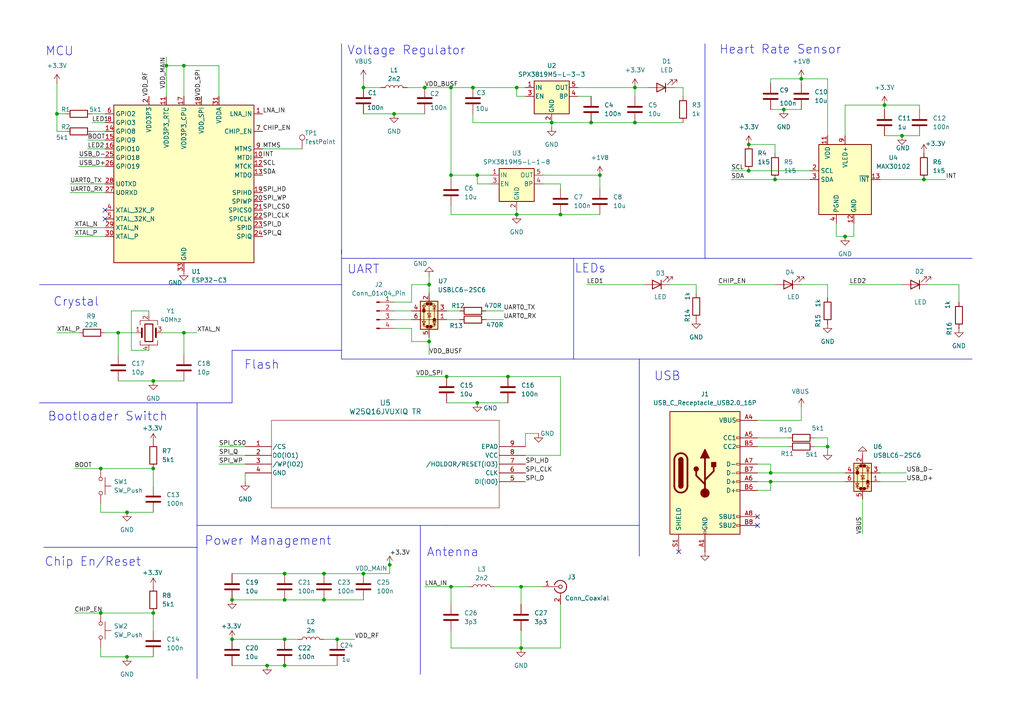
<source format=kicad_sch>
(kicad_sch (version 20231120) (generator "eeschema") (generator_version "8.0")
  (paper "A4")
  (junction (at 36.83 190.5))
  (junction (at 44.45 135.89))
  (junction (at 29.21 177.8))
  (junction (at 93.98 166.37))
  (junction (at 44.45 110.49))
  (junction (at 217.17 49.53))
  (junction (at 184.15 35.56))
  (junction (at 173.99 50.8))
  (junction (at 67.31 185.42))
  (junction (at 129.54 109.22))
  (junction (at 123.19 25.4))
  (junction (at 36.83 148.59))
  (junction (at 232.41 22.86))
  (junction (at 53.34 96.52))
  (junction (at 138.43 116.84))
  (junction (at 217.17 41.91))
  (junction (at 44.45 177.8))
  (junction (at 130.81 25.4))
  (junction (at 223.52 137.16))
  (junction (at 267.97 52.07))
  (junction (at 149.86 62.23))
  (junction (at 34.29 96.52))
  (junction (at 48.26 19.05))
  (junction (at 149.86 25.4))
  (junction (at 261.62 39.37))
  (junction (at 160.02 35.56))
  (junction (at 138.43 50.8))
  (junction (at 124.46 82.55))
  (junction (at 16.51 33.02))
  (junction (at 224.79 52.07))
  (junction (at 223.52 139.7))
  (junction (at 97.79 185.42))
  (junction (at 245.11 68.58))
  (junction (at 82.55 173.99))
  (junction (at 105.41 166.37))
  (junction (at 184.15 25.4))
  (junction (at 151.13 187.96))
  (junction (at 227.33 31.75))
  (junction (at 256.54 30.48))
  (junction (at 82.55 185.42))
  (junction (at 53.34 19.05))
  (junction (at 171.45 35.56))
  (junction (at 151.13 170.18))
  (junction (at 82.55 193.04))
  (junction (at 130.81 170.18))
  (junction (at 240.03 129.54))
  (junction (at 29.21 135.89))
  (junction (at 93.98 173.99))
  (junction (at 162.56 62.23))
  (junction (at 105.41 25.4))
  (junction (at 67.31 173.99))
  (junction (at 147.32 109.22))
  (junction (at 137.16 25.4))
  (junction (at 130.81 50.8))
  (junction (at 113.03 163.83))
  (junction (at 77.47 193.04))
  (junction (at 114.3 33.02))
  (junction (at 82.55 166.37))
  (junction (at 124.46 99.06))
  (no_connect (at 30.48 60.96))
  (no_connect (at 30.48 63.5))
  (no_connect (at 219.71 149.86))
  (no_connect (at 219.71 152.4))
  (no_connect (at 196.85 160.02))
  (wire (pts (xy 261.62 39.37) (xy 256.54 39.37)))
  (wire (pts (xy 25.4 43.18) (xy 30.48 43.18)))
  (wire (pts (xy 137.16 35.56) (xy 160.02 35.56)))
  (wire (pts (xy 30.48 96.52) (xy 34.29 96.52)))
  (wire (pts (xy 137.16 33.02) (xy 137.16 35.56)))
  (wire (pts (xy 114.3 95.25) (xy 119.38 95.25)))
  (wire (pts (xy 274.32 52.07) (xy 267.97 52.07)))
  (wire (pts (xy 224.79 41.91) (xy 224.79 44.45)))
  (wire (pts (xy 184.15 25.4) (xy 184.15 27.94)))
  (wire (pts (xy 25.4 40.64) (xy 30.48 40.64)))
  (wire (pts (xy 34.29 102.87) (xy 34.29 96.52)))
  (wire (pts (xy 217.17 41.91) (xy 224.79 41.91)))
  (polyline (pts (xy 57.15 158.75) (xy 57.15 196.85)))
  (wire (pts (xy 129.54 90.17) (xy 133.35 90.17)))
  (wire (pts (xy 212.09 52.07) (xy 224.79 52.07)))
  (wire (pts (xy 138.43 53.34) (xy 138.43 50.8)))
  (wire (pts (xy 232.41 22.86) (xy 232.41 24.13)))
  (wire (pts (xy 113.03 163.83) (xy 113.03 166.37)))
  (wire (pts (xy 223.52 22.86) (xy 223.52 24.13)))
  (wire (pts (xy 93.98 185.42) (xy 97.79 185.42)))
  (wire (pts (xy 124.46 97.79) (xy 124.46 99.06)))
  (wire (pts (xy 44.45 140.97) (xy 44.45 135.89)))
  (wire (pts (xy 22.86 45.72) (xy 30.48 45.72)))
  (wire (pts (xy 162.56 62.23) (xy 173.99 62.23)))
  (wire (pts (xy 201.93 82.55) (xy 201.93 85.09)))
  (wire (pts (xy 97.79 185.42) (xy 102.87 185.42)))
  (polyline (pts (xy 185.42 104.14) (xy 185.42 161.29)))
  (wire (pts (xy 22.86 48.26) (xy 30.48 48.26)))
  (wire (pts (xy 219.71 129.54) (xy 228.6 129.54)))
  (wire (pts (xy 105.41 166.37) (xy 113.03 166.37)))
  (wire (pts (xy 198.12 25.4) (xy 198.12 27.94)))
  (wire (pts (xy 142.24 50.8) (xy 138.43 50.8)))
  (wire (pts (xy 29.21 146.05) (xy 29.21 148.59)))
  (wire (pts (xy 48.26 19.05) (xy 48.26 27.94)))
  (wire (pts (xy 184.15 35.56) (xy 198.12 35.56)))
  (wire (pts (xy 256.54 30.48) (xy 256.54 31.75)))
  (wire (pts (xy 129.54 92.71) (xy 133.35 92.71)))
  (wire (pts (xy 20.32 53.34) (xy 30.48 53.34)))
  (wire (pts (xy 82.55 185.42) (xy 86.36 185.42)))
  (wire (pts (xy 130.81 52.07) (xy 130.81 50.8)))
  (polyline (pts (xy 166.37 104.14) (xy 99.06 104.14)))
  (wire (pts (xy 71.12 139.7) (xy 71.12 137.16)))
  (wire (pts (xy 93.98 173.99) (xy 105.41 173.99)))
  (wire (pts (xy 119.38 87.63) (xy 119.38 82.55)))
  (wire (pts (xy 219.71 121.92) (xy 232.41 121.92)))
  (wire (pts (xy 29.21 177.8) (xy 21.59 177.8)))
  (wire (pts (xy 223.52 134.62) (xy 223.52 137.16)))
  (wire (pts (xy 82.55 166.37) (xy 93.98 166.37)))
  (wire (pts (xy 44.45 177.8) (xy 29.21 177.8)))
  (wire (pts (xy 219.71 142.24) (xy 223.52 142.24)))
  (wire (pts (xy 138.43 116.84) (xy 147.32 116.84)))
  (wire (pts (xy 149.86 25.4) (xy 152.4 25.4)))
  (wire (pts (xy 26.67 33.02) (xy 30.48 33.02)))
  (wire (pts (xy 43.18 90.17) (xy 43.18 91.44)))
  (polyline (pts (xy 129.54 152.4) (xy 185.42 152.4)))
  (wire (pts (xy 130.81 187.96) (xy 130.81 182.88)))
  (polyline (pts (xy 118.11 74.93) (xy 204.47 74.93)))
  (wire (pts (xy 240.03 129.54) (xy 240.03 130.81)))
  (wire (pts (xy 48.26 16.51) (xy 48.26 19.05)))
  (wire (pts (xy 34.29 110.49) (xy 44.45 110.49)))
  (wire (pts (xy 269.24 82.55) (xy 278.13 82.55)))
  (wire (pts (xy 123.19 25.4) (xy 130.81 25.4)))
  (polyline (pts (xy 99.06 72.39) (xy 99.06 104.14)))
  (wire (pts (xy 170.18 82.55) (xy 186.69 82.55)))
  (wire (pts (xy 171.45 35.56) (xy 184.15 35.56)))
  (wire (pts (xy 208.28 82.55) (xy 224.79 82.55)))
  (wire (pts (xy 152.4 129.54) (xy 152.4 125.73)))
  (wire (pts (xy 63.5 132.08) (xy 71.12 132.08)))
  (wire (pts (xy 21.59 66.04) (xy 30.48 66.04)))
  (wire (pts (xy 77.47 193.04) (xy 82.55 193.04)))
  (wire (pts (xy 278.13 82.55) (xy 278.13 87.63)))
  (wire (pts (xy 151.13 170.18) (xy 151.13 175.26)))
  (wire (pts (xy 194.31 82.55) (xy 201.93 82.55)))
  (wire (pts (xy 130.81 62.23) (xy 149.86 62.23)))
  (wire (pts (xy 118.11 25.4) (xy 123.19 25.4)))
  (wire (pts (xy 114.3 33.02) (xy 123.19 33.02)))
  (wire (pts (xy 219.71 127) (xy 228.6 127)))
  (wire (pts (xy 246.38 82.55) (xy 261.62 82.55)))
  (wire (pts (xy 16.51 96.52) (xy 22.86 96.52)))
  (wire (pts (xy 53.34 27.94) (xy 53.34 19.05)))
  (polyline (pts (xy 99.06 74.93) (xy 118.11 74.93)))
  (polyline (pts (xy 204.47 12.7) (xy 204.47 74.93)))
  (wire (pts (xy 245.11 68.58) (xy 247.65 68.58)))
  (wire (pts (xy 140.97 92.71) (xy 146.05 92.71)))
  (wire (pts (xy 157.48 50.8) (xy 173.99 50.8)))
  (wire (pts (xy 149.86 60.96) (xy 149.86 62.23)))
  (wire (pts (xy 76.2 43.18) (xy 87.63 43.18)))
  (wire (pts (xy 219.71 139.7) (xy 223.52 139.7)))
  (wire (pts (xy 129.54 109.22) (xy 147.32 109.22)))
  (wire (pts (xy 245.11 30.48) (xy 256.54 30.48)))
  (polyline (pts (xy 99.06 12.7) (xy 99.06 73.66)))
  (wire (pts (xy 223.52 137.16) (xy 245.11 137.16)))
  (wire (pts (xy 119.38 95.25) (xy 119.38 99.06)))
  (wire (pts (xy 119.38 82.55) (xy 124.46 82.55)))
  (wire (pts (xy 255.27 137.16) (xy 262.89 137.16)))
  (wire (pts (xy 67.31 173.99) (xy 82.55 173.99)))
  (wire (pts (xy 130.81 59.69) (xy 130.81 62.23)))
  (wire (pts (xy 242.57 68.58) (xy 245.11 68.58)))
  (wire (pts (xy 44.45 182.88) (xy 44.45 177.8)))
  (wire (pts (xy 53.34 96.52) (xy 57.15 96.52)))
  (wire (pts (xy 219.71 134.62) (xy 223.52 134.62)))
  (polyline (pts (xy 166.37 104.14) (xy 281.94 104.14)))
  (wire (pts (xy 105.41 25.4) (xy 110.49 25.4)))
  (wire (pts (xy 234.95 52.07) (xy 224.79 52.07)))
  (wire (pts (xy 114.3 90.17) (xy 119.38 90.17)))
  (wire (pts (xy 143.51 170.18) (xy 151.13 170.18)))
  (wire (pts (xy 93.98 166.37) (xy 105.41 166.37)))
  (wire (pts (xy 36.83 148.59) (xy 44.45 148.59)))
  (wire (pts (xy 184.15 25.4) (xy 187.96 25.4)))
  (wire (pts (xy 162.56 175.26) (xy 162.56 187.96)))
  (wire (pts (xy 240.03 82.55) (xy 240.03 86.36)))
  (wire (pts (xy 82.55 173.99) (xy 93.98 173.99)))
  (wire (pts (xy 105.41 22.86) (xy 105.41 25.4)))
  (wire (pts (xy 16.51 33.02) (xy 19.05 33.02)))
  (wire (pts (xy 219.71 137.16) (xy 223.52 137.16)))
  (polyline (pts (xy 11.43 82.55) (xy 99.06 82.55)))
  (wire (pts (xy 232.41 82.55) (xy 240.03 82.55)))
  (wire (pts (xy 67.31 166.37) (xy 82.55 166.37)))
  (wire (pts (xy 44.45 135.89) (xy 29.21 135.89)))
  (wire (pts (xy 152.4 125.73) (xy 156.21 125.73)))
  (wire (pts (xy 123.19 170.18) (xy 130.81 170.18)))
  (wire (pts (xy 240.03 22.86) (xy 240.03 39.37)))
  (wire (pts (xy 43.18 101.6) (xy 38.1 101.6)))
  (wire (pts (xy 71.12 134.62) (xy 63.5 134.62)))
  (wire (pts (xy 124.46 82.55) (xy 124.46 85.09)))
  (wire (pts (xy 152.4 27.94) (xy 149.86 27.94)))
  (wire (pts (xy 151.13 170.18) (xy 157.48 170.18)))
  (wire (pts (xy 124.46 99.06) (xy 124.46 102.87)))
  (wire (pts (xy 34.29 96.52) (xy 39.37 96.52)))
  (wire (pts (xy 124.46 80.01) (xy 124.46 82.55)))
  (polyline (pts (xy 11.43 116.84) (xy 67.31 116.84)))
  (polyline (pts (xy 57.15 158.75) (xy 57.15 116.84)))
  (wire (pts (xy 255.27 52.07) (xy 267.97 52.07)))
  (wire (pts (xy 236.22 127) (xy 240.03 127)))
  (wire (pts (xy 223.52 142.24) (xy 223.52 139.7)))
  (wire (pts (xy 63.5 27.94) (xy 63.5 19.05)))
  (wire (pts (xy 26.67 35.56) (xy 30.48 35.56)))
  (wire (pts (xy 113.03 161.29) (xy 113.03 163.83)))
  (wire (pts (xy 162.56 187.96) (xy 151.13 187.96)))
  (wire (pts (xy 19.05 38.1) (xy 16.51 38.1)))
  (wire (pts (xy 16.51 38.1) (xy 16.51 33.02)))
  (wire (pts (xy 63.5 129.54) (xy 71.12 129.54)))
  (wire (pts (xy 38.1 101.6) (xy 38.1 90.17)))
  (wire (pts (xy 232.41 121.92) (xy 232.41 118.11)))
  (wire (pts (xy 130.81 25.4) (xy 130.81 50.8)))
  (wire (pts (xy 129.54 116.84) (xy 138.43 116.84)))
  (wire (pts (xy 63.5 19.05) (xy 53.34 19.05)))
  (wire (pts (xy 44.45 110.49) (xy 53.34 110.49)))
  (wire (pts (xy 53.34 102.87) (xy 53.34 96.52)))
  (polyline (pts (xy 204.47 74.93) (xy 281.94 74.93)))
  (wire (pts (xy 242.57 64.77) (xy 242.57 68.58)))
  (wire (pts (xy 29.21 190.5) (xy 36.83 190.5)))
  (wire (pts (xy 137.16 25.4) (xy 149.86 25.4)))
  (wire (pts (xy 160.02 35.56) (xy 171.45 35.56)))
  (polyline (pts (xy 67.31 101.6) (xy 99.06 101.6)))
  (polyline (pts (xy 121.92 152.4) (xy 121.92 195.58)))
  (wire (pts (xy 162.56 53.34) (xy 162.56 54.61)))
  (wire (pts (xy 151.13 182.88) (xy 151.13 187.96)))
  (wire (pts (xy 67.31 193.04) (xy 77.47 193.04)))
  (wire (pts (xy 234.95 49.53) (xy 217.17 49.53)))
  (wire (pts (xy 114.3 87.63) (xy 119.38 87.63)))
  (wire (pts (xy 266.7 30.48) (xy 266.7 31.75)))
  (wire (pts (xy 162.56 109.22) (xy 162.56 132.08)))
  (polyline (pts (xy 166.37 104.14) (xy 166.37 74.93)))
  (wire (pts (xy 162.56 132.08) (xy 152.4 132.08)))
  (wire (pts (xy 29.21 148.59) (xy 36.83 148.59)))
  (wire (pts (xy 140.97 90.17) (xy 146.05 90.17)))
  (wire (pts (xy 29.21 187.96) (xy 29.21 190.5)))
  (wire (pts (xy 130.81 25.4) (xy 137.16 25.4)))
  (wire (pts (xy 53.34 19.05) (xy 48.26 19.05)))
  (wire (pts (xy 160.02 35.56) (xy 160.02 36.83)))
  (wire (pts (xy 135.89 170.18) (xy 130.81 170.18)))
  (wire (pts (xy 256.54 30.48) (xy 266.7 30.48)))
  (wire (pts (xy 20.32 55.88) (xy 30.48 55.88)))
  (wire (pts (xy 151.13 187.96) (xy 130.81 187.96)))
  (wire (pts (xy 255.27 139.7) (xy 262.89 139.7)))
  (wire (pts (xy 250.19 144.78) (xy 250.19 154.94)))
  (wire (pts (xy 82.55 193.04) (xy 97.79 193.04)))
  (wire (pts (xy 223.52 31.75) (xy 227.33 31.75)))
  (wire (pts (xy 105.41 33.02) (xy 114.3 33.02)))
  (wire (pts (xy 247.65 68.58) (xy 247.65 64.77)))
  (wire (pts (xy 157.48 53.34) (xy 162.56 53.34)))
  (wire (pts (xy 245.11 30.48) (xy 245.11 39.37)))
  (wire (pts (xy 119.38 99.06) (xy 124.46 99.06)))
  (wire (pts (xy 227.33 31.75) (xy 232.41 31.75)))
  (wire (pts (xy 21.59 68.58) (xy 30.48 68.58)))
  (wire (pts (xy 142.24 53.34) (xy 138.43 53.34)))
  (wire (pts (xy 167.64 25.4) (xy 184.15 25.4)))
  (wire (pts (xy 67.31 185.42) (xy 82.55 185.42)))
  (wire (pts (xy 167.64 27.94) (xy 171.45 27.94)))
  (wire (pts (xy 195.58 25.4) (xy 198.12 25.4)))
  (wire (pts (xy 212.09 49.53) (xy 217.17 49.53)))
  (polyline (pts (xy 67.31 116.84) (xy 67.31 101.6)))
  (wire (pts (xy 149.86 62.23) (xy 162.56 62.23)))
  (wire (pts (xy 130.81 170.18) (xy 130.81 175.26)))
  (wire (pts (xy 240.03 127) (xy 240.03 129.54)))
  (wire (pts (xy 223.52 22.86) (xy 232.41 22.86)))
  (wire (pts (xy 114.3 92.71) (xy 119.38 92.71)))
  (wire (pts (xy 173.99 50.8) (xy 173.99 54.61)))
  (wire (pts (xy 29.21 135.89) (xy 21.59 135.89)))
  (wire (pts (xy 240.03 22.86) (xy 232.41 22.86)))
  (wire (pts (xy 147.32 109.22) (xy 162.56 109.22)))
  (wire (pts (xy 130.81 50.8) (xy 138.43 50.8)))
  (polyline (pts (xy 12.7 158.75) (xy 57.15 158.75)))
  (wire (pts (xy 26.67 38.1) (xy 30.48 38.1)))
  (polyline (pts (xy 57.15 152.4) (xy 129.54 152.4)))
  (wire (pts (xy 120.65 109.22) (xy 129.54 109.22)))
  (wire (pts (xy 16.51 24.13) (xy 16.51 33.02)))
  (wire (pts (xy 261.62 39.37) (xy 266.7 39.37)))
  (wire (pts (xy 46.99 96.52) (xy 53.34 96.52)))
  (wire (pts (xy 36.83 190.5) (xy 44.45 190.5)))
  (wire (pts (xy 236.22 129.54) (xy 240.03 129.54)))
  (wire (pts (xy 38.1 90.17) (xy 43.18 90.17)))
  (wire (pts (xy 149.86 27.94) (xy 149.86 25.4)))
  (wire (pts (xy 223.52 139.7) (xy 245.11 139.7)))
  (text "Voltage Regulator" (at 117.856 14.732 0) (effects (font (size 2.54 2.54))))
  (text "USB" (at 193.548 109.22 0) (effects (font (size 2.54 2.54))))
  (text "LEDs" (at 171.196 77.978 0) (effects (font (size 2.54 2.54))))
  (text "UART" (at 105.41 78.232 0) (effects (font (size 2.54 2.54))))
  (text "Antenna" (at 131.318 160.274 0) (effects (font (size 2.54 2.54))))
  (text "MCU" (at 17.272 14.986 0) (effects (font (size 2.54 2.54))))
  (text "Heart Rate Sensor" (at 226.314 14.478 0) (effects (font (size 2.54 2.54))))
  (text "Bootloader Switch" (at 31.242 120.904 0) (effects (font (size 2.54 2.54))))
  (text "Crystal" (at 22.098 87.63 0) (effects (font (size 2.54 2.54))))
  (text "Chip En/Reset" (at 26.924 163.068 0) (effects (font (size 2.54 2.54))))
  (text "Power Management" (at 77.724 156.972 0) (effects (font (size 2.54 2.54))))
  (text "Flash" (at 75.946 105.918 0) (effects (font (size 2.54 2.54))))
  (label "SPI_HD" (at 76.2 55.88 0))
  (label "VBUS" (at 250.19 154.94 90))
  (label "SPI_CS0" (at 76.2 60.96 0))
  (label "CHIP_EN" (at 208.28 82.55 0))
  (label "LNA_IN" (at 76.2 33.02 0))
  (label "XTAL_N" (at 57.15 96.52 0))
  (label "UART0_TX" (at 20.32 53.34 0))
  (label "LED1" (at 26.67 35.56 0))
  (label "SPI_CLK" (at 76.2 63.5 0))
  (label "SPI_Q" (at 76.2 68.58 0))
  (label "SPI_WP" (at 63.5 134.62 0))
  (label "SCL" (at 212.09 49.53 0))
  (label "VDD_SPI" (at 120.65 109.22 0))
  (label "INT" (at 274.32 52.07 0))
  (label "LNA_IN" (at 123.19 170.18 0))
  (label "XTAL_P" (at 21.59 68.58 0))
  (label "UART0_RX" (at 146.05 92.71 0))
  (label "VDD_BUSF" (at 124.46 102.87 0))
  (label "SDA" (at 212.09 52.07 0))
  (label "SPI_D" (at 152.4 139.7 0))
  (label "VDD_SPI" (at 58.42 27.94 90))
  (label "MTMS" (at 76.2 43.18 0))
  (label "VDD_BUSF" (at 123.19 25.4 0))
  (label "SPI_CS0" (at 63.5 129.54 0))
  (label "SPI_WP" (at 76.2 58.42 0))
  (label "CHIP_EN" (at 76.2 38.1 0))
  (label "LED2" (at 246.38 82.55 0))
  (label "SCL" (at 76.2 48.26 0))
  (label "UART0_TX" (at 146.05 90.17 0))
  (label "VDD_RF" (at 43.18 27.94 90))
  (label "VDD_RF" (at 102.87 185.42 0))
  (label "+3.3V" (at 113.03 161.29 0))
  (label "USB_D+" (at 262.89 139.7 0))
  (label "USB_D-" (at 22.86 45.72 0))
  (label "INT" (at 76.2 45.72 0))
  (label "XTAL_N" (at 21.59 66.04 0))
  (label "USB_D-" (at 262.89 137.16 0))
  (label "LED2" (at 25.4 43.18 0))
  (label "SDA" (at 76.2 50.8 0))
  (label "SPI_CLK" (at 152.4 137.16 0))
  (label "UART0_RX" (at 20.32 55.88 0))
  (label "SPI_D" (at 76.2 66.04 0))
  (label "SPI_Q" (at 63.5 132.08 0))
  (label "XTAL_P" (at 16.51 96.52 0))
  (label "SPI_HD" (at 152.4 134.62 0))
  (label "BOOT" (at 21.59 135.89 0))
  (label "VDD_MAIN" (at 48.26 16.51 270))
  (label "BOOT" (at 25.4 40.64 0))
  (label "USB_D+" (at 22.86 48.26 0))
  (label "CHIP_EN" (at 21.59 177.8 0))
  (label "LED1" (at 170.18 82.55 0))
  (symbol (lib_id "Device:C") (at 223.52 27.94 0) (unit 1)
    (property "Reference" "C9" (at 226.06 26.162 0) (effects (justify left)))
    (property "Value" "100n" (at 226.06 29.972 0) (effects (justify left)))
    (property "Footprint" "Capacitor_SMD:C_0805_2012Metric_Pad1.18x1.45mm_HandSolder" (effects (hide yes)))
    (property "Description" "Unpolarized capacitor" (effects (hide yes)))
  )
  (symbol (lib_id "Device:R") (at 22.86 38.1 90) (unit 1)
    (property "Reference" "R2" (at 19.05 36.83 90))
    (property "Value" "5k1" (at 18.034 39.878 90))
    (property "Footprint" "Resistor_SMD:R_0805_2012Metric_Pad1.20x1.40mm_HandSolder" (effects (hide yes)))
    (property "Description" "Resistor" (effects (hide yes)))
  )
  (symbol (lib_id "Device:C") (at 53.34 106.68 0) (unit 1)
    (property "Reference" "C18" (at 57.15 105.4099 0) (effects (justify left)))
    (property "Value" "10p" (at 57.15 107.9499 0) (effects (justify left)))
    (property "Footprint" "Capacitor_SMD:C_0805_2012Metric_Pad1.18x1.45mm_HandSolder" (effects (hide yes)))
    (property "Description" "Unpolarized capacitor" (effects (hide yes)))
  )
  (symbol (lib_id "Device:C") (at 173.99 58.42 0) (unit 1)
    (property "Reference" "C8" (at 177.8 57.1499 0) (effects (justify left)))
    (property "Value" "10u" (at 177.8 59.6899 0) (effects (justify left)))
    (property "Footprint" "Capacitor_SMD:C_0805_2012Metric_Pad1.18x1.45mm_HandSolder" (effects (hide yes)))
    (property "Description" "Unpolarized capacitor" (effects (hide yes)))
  )
  (symbol (lib_id "power:GND") (at 44.45 110.49 0) (unit 1)
    (property "Reference" "#PWR036" (effects (hide yes)))
    (property "Value" "GND" (at 44.45 115.57 0))
    (property "Description" "Power symbol creates a global label with name \"GND\" , ground" (effects (hide yes)))
  )
  (symbol (lib_id "Device:C") (at 130.81 179.07 0) (unit 1)
    (property "Reference" "C26" (at 134.62 177.7999 0) (effects (justify left)))
    (property "Value" "3p3" (at 134.62 180.3399 0) (effects (justify left)))
    (property "Footprint" "Capacitor_SMD:C_0805_2012Metric_Pad1.18x1.45mm_HandSolder" (effects (hide yes)))
    (property "Description" "Unpolarized capacitor" (effects (hide yes)))
  )
  (symbol (lib_id "power:+3.3V") (at 256.54 30.48 0) (unit 1)
    (property "Reference" "#PWR011" (effects (hide yes)))
    (property "Value" "+3.3V" (at 256.54 25.4 0))
    (property "Description" "Power symbol creates a global label with name \"+3.3V\"" (effects (hide yes)))
  )
  (symbol (lib_id "Sensor:MAX30102") (at 245.11 52.07 0) (unit 1)
    (property "Reference" "U4" (at 259.08 45.7514 0))
    (property "Value" "MAX30102" (at 259.08 48.2914 0))
    (property "Footprint" "OptoDevice:Maxim_OLGA-14_3.3x5.6mm_P0.8mm" (effects (hide yes)))
    (property "Datasheet" "https://datasheets.maximintegrated.com/en/ds/MAX30102.pdf" (effects (hide yes)))
    (property "Description" "Heart Rate Sensor, 14-OLGA" (effects (hide yes)))
  )
  (symbol (lib_id "power:+3.3V") (at 217.17 41.91 0) (unit 1)
    (property "Reference" "#PWR013" (effects (hide yes)))
    (property "Value" "+3.3V" (at 217.17 36.83 0))
    (property "Description" "Power symbol creates a global label with name \"+3.3V\"" (effects (hide yes)))
  )
  (symbol (lib_id "power:GND") (at 36.83 148.59 0) (unit 1)
    (property "Reference" "#PWR017" (effects (hide yes)))
    (property "Value" "GND" (at 36.83 153.67 0))
    (property "Description" "Power symbol creates a global label with name \"GND\" , ground" (effects (hide yes)))
  )
  (symbol (lib_id "Device:R") (at 232.41 127 90) (unit 1)
    (property "Reference" "R10" (at 227.838 124.714 90))
    (property "Value" "5k1" (at 237.236 124.206 90))
    (property "Footprint" "Resistor_SMD:R_0805_2012Metric_Pad1.20x1.40mm_HandSolder" (effects (hide yes)))
    (property "Description" "Resistor" (effects (hide yes)))
  )
  (symbol (lib_id "Device:R") (at 22.86 33.02 90) (unit 1)
    (property "Reference" "R1" (at 19.05 31.75 90))
    (property "Value" "5k1" (at 27.686 31.75 90))
    (property "Footprint" "Resistor_SMD:R_0805_2012Metric_Pad1.20x1.40mm_HandSolder" (effects (hide yes)))
    (property "Description" "Resistor" (effects (hide yes)))
  )
  (symbol (lib_id "Device:C") (at 82.55 170.18 0) (unit 1)
    (property "Reference" "C21" (at 86.36 168.9099 0) (effects (justify left)))
    (property "Value" "100n" (at 86.36 171.4499 0) (effects (justify left)))
    (property "Footprint" "Capacitor_SMD:C_0805_2012Metric_Pad1.18x1.45mm_HandSolder" (effects (hide yes)))
    (property "Description" "Unpolarized capacitor" (effects (hide yes)))
  )
  (symbol (lib_id "Device:LED") (at 191.77 25.4 180) (unit 1)
    (property "Reference" "D1" (at 193.3575 17.78 0))
    (property "Value" "LED" (at 193.3575 20.32 0))
    (property "Footprint" "LED_SMD:LED_0805_2012Metric_Pad1.15x1.40mm_HandSolder" (effects (hide yes)))
    (property "Description" "Light emitting diode" (effects (hide yes)))
  )
  (symbol (lib_id "Power_Protection:USBLC6-2SC6") (at 124.46 92.71 180) (unit 1)
    (property "Reference" "U7" (at 129.794 81.534 0) (effects (justify left)))
    (property "Value" "USBLC6-2SC6" (at 140.97 84.074 0) (effects (justify left)))
    (property "Footprint" "Package_TO_SOT_SMD:SOT-23-6" (effects (hide yes)))
    (property "Datasheet" "https://www.st.com/resource/en/datasheet/usblc6-2.pdf" (effects (hide yes)))
    (property "Description" "Very low capacitance ESD protection diode, 2 data-line, SOT-23-6" (effects (hide yes)))
  )
  (symbol (lib_id "power:GND") (at 278.13 95.25 0) (unit 1)
    (property "Reference" "#PWR035" (effects (hide yes)))
    (property "Value" "GND" (at 278.13 100.33 0))
    (property "Description" "Power symbol creates a global label with name \"GND\" , ground" (effects (hide yes)))
  )
  (symbol (lib_id "Device:R") (at 232.41 129.54 90) (unit 1)
    (property "Reference" "R11" (at 228.346 131.572 90))
    (property "Value" "5k1" (at 235.458 131.826 90))
    (property "Footprint" "Resistor_SMD:R_0805_2012Metric_Pad1.20x1.40mm_HandSolder" (effects (hide yes)))
    (property "Description" "Resistor" (effects (hide yes)))
  )
  (symbol (lib_id "Device:R") (at 267.97 48.26 0) (unit 1)
    (property "Reference" "R6" (at 270.51 46.9899 0) (effects (justify left)))
    (property "Value" "1k5" (at 270.51 49.5299 0) (effects (justify left)))
    (property "Footprint" "Resistor_SMD:R_0805_2012Metric_Pad1.20x1.40mm_HandSolder" (effects (hide yes)))
    (property "Description" "Resistor" (effects (hide yes)))
  )
  (symbol (lib_id "power:GND") (at 250.19 132.08 180) (unit 1)
    (property "Reference" "#PWR030" (effects (hide yes)))
    (property "Value" "GND" (effects (hide yes)))
    (property "Description" "Power symbol creates a global label with name \"GND\" , ground" (effects (hide yes)))
  )
  (symbol (lib_id "Device:R") (at 224.79 48.26 0) (unit 1)
    (property "Reference" "R5" (at 227.33 46.9899 0) (effects (justify left)))
    (property "Value" "1k5" (at 227.33 49.5299 0) (effects (justify left)))
    (property "Footprint" "Resistor_SMD:R_0805_2012Metric_Pad1.20x1.40mm_HandSolder" (effects (hide yes)))
    (property "Description" "Resistor" (effects (hide yes)))
  )
  (symbol (lib_id "Device:C") (at 232.41 27.94 0) (unit 1)
    (property "Reference" "C10" (at 236.22 26.6699 0) (effects (justify left)))
    (property "Value" "10u" (at 236.22 29.2099 0) (effects (justify left)))
    (property "Footprint" "Capacitor_SMD:C_0805_2012Metric_Pad1.18x1.45mm_HandSolder" (effects (hide yes)))
    (property "Description" "Unpolarized capacitor" (effects (hide yes)))
  )
  (symbol (lib_id "power:GND") (at 160.02 36.83 0) (unit 1)
    (property "Reference" "#PWR04" (effects (hide yes)))
    (property "Value" "GND" (at 160.02 41.91 0))
    (property "Description" "Power symbol creates a global label with name \"GND\" , ground" (effects (hide yes)))
  )
  (symbol (lib_id "Device:C") (at 93.98 170.18 0) (unit 1)
    (property "Reference" "C23" (at 97.79 168.9099 0) (effects (justify left)))
    (property "Value" "100n" (at 97.79 171.4499 0) (effects (justify left)))
    (property "Footprint" "Capacitor_SMD:C_0805_2012Metric_Pad1.18x1.45mm_HandSolder" (effects (hide yes)))
    (property "Description" "Unpolarized capacitor" (effects (hide yes)))
  )
  (symbol (lib_id "power:GND") (at 114.3 33.02 0) (unit 1)
    (property "Reference" "#PWR03" (effects (hide yes)))
    (property "Value" "GND" (at 114.3 38.1 0))
    (property "Description" "Power symbol creates a global label with name \"GND\" , ground" (effects (hide yes)))
  )
  (symbol (lib_id "Regulator_Linear:SPX3819M5-L-3-3") (at 160.02 27.94 0) (unit 1)
    (property "Reference" "U2" (at 160.02 19.05 0))
    (property "Value" "SPX3819M5-L-3-3" (at 160.02 21.59 0))
    (property "Footprint" "Package_TO_SOT_SMD:SOT-23-5" (effects (hide yes)))
    (property "Datasheet" "https://www.exar.com/content/document.ashx?id=22106&languageid=1033&type=Datasheet&partnumber=SPX3819&filename=SPX3819.pdf&part=SPX3819" (effects (hide yes)))
    (property "Description" "500mA Low drop-out regulator, Fixed Output 3.3V, SOT-23-5" (effects (hide yes)))
  )
  (symbol (lib_id "power:VBUS") (at 113.03 163.83 0) (unit 1)
    (property "Reference" "#PWR026" (effects (hide yes)))
    (property "Value" "VDD_MAIN" (at 107.696 164.846 0))
    (property "Description" "Power symbol creates a global label with name \"VBUS\"" (effects (hide yes)))
  )
  (symbol (lib_id "Device:C") (at 147.32 113.03 0) (unit 1)
    (property "Reference" "C16" (at 151.13 111.7599 0) (effects (justify left)))
    (property "Value" "100n" (at 151.13 114.2999 0) (effects (justify left)))
    (property "Footprint" "Capacitor_SMD:C_0805_2012Metric_Pad1.18x1.45mm_HandSolder" (effects (hide yes)))
    (property "Description" "Unpolarized capacitor" (effects (hide yes)))
  )
  (symbol (lib_id "Device:C") (at 67.31 170.18 0) (unit 1)
    (property "Reference" "C19" (at 71.12 168.9099 0) (effects (justify left)))
    (property "Value" "10u" (at 71.12 171.4499 0) (effects (justify left)))
    (property "Footprint" "Capacitor_SMD:C_0805_2012Metric_Pad1.18x1.45mm_HandSolder" (effects (hide yes)))
    (property "Description" "Unpolarized capacitor" (effects (hide yes)))
  )
  (symbol (lib_id "power:GND") (at 67.31 173.99 0) (unit 1)
    (property "Reference" "#PWR023" (effects (hide yes)))
    (property "Value" "GND" (effects (hide yes)))
    (property "Description" "Power symbol creates a global label with name \"GND\" , ground" (effects (hide yes)))
  )
  (symbol (lib_id "Device:R") (at 240.03 90.17 0) (unit 1)
    (property "Reference" "R15" (at 237.236 94.996 90) (effects (justify left)))
    (property "Value" "1k" (at 237.236 89.154 90) (effects (justify left)))
    (property "Footprint" "Resistor_SMD:R_0805_2012Metric_Pad1.20x1.40mm_HandSolder" (effects (hide yes)))
    (property "Description" "Resistor" (effects (hide yes)))
  )
  (symbol (lib_id "Device:C") (at 129.54 113.03 0) (unit 1)
    (property "Reference" "C15" (at 133.35 111.7599 0) (effects (justify left)))
    (property "Value" "10u" (at 133.35 114.2999 0) (effects (justify left)))
    (property "Footprint" "Capacitor_SMD:C_0805_2012Metric_Pad1.18x1.45mm_HandSolder" (effects (hide yes)))
    (property "Description" "Unpolarized capacitor" (effects (hide yes)))
  )
  (symbol (lib_id "power:GND") (at 77.47 193.04 0) (unit 1)
    (property "Reference" "#PWR025" (effects (hide yes)))
    (property "Value" "GND" (effects (hide yes)))
    (property "Description" "Power symbol creates a global label with name \"GND\" , ground" (effects (hide yes)))
  )
  (symbol (lib_id "Device:C") (at 266.7 35.56 0) (unit 1)
    (property "Reference" "C12" (at 270.51 34.2899 0) (effects (justify left)))
    (property "Value" "100n" (at 270.51 36.8299 0) (effects (justify left)))
    (property "Footprint" "Capacitor_SMD:C_0805_2012Metric_Pad1.18x1.45mm_HandSolder" (effects (hide yes)))
    (property "Description" "Unpolarized capacitor" (effects (hide yes)))
  )
  (symbol (lib_id "Device:R") (at 26.67 96.52 90) (unit 1)
    (property "Reference" "R9" (at 26.416 91.694 90))
    (property "Value" "22R" (at 26.416 94.234 90))
    (property "Footprint" "Resistor_SMD:R_0805_2012Metric_Pad1.20x1.40mm_HandSolder" (effects (hide yes)))
    (property "Description" "Resistor" (effects (hide yes)))
  )
  (symbol (lib_id "Device:L") (at 139.7 170.18 90) (unit 1)
    (property "Reference" "L3" (at 139.7 165.1 90))
    (property "Value" "2n2" (at 139.7 167.64 90))
    (property "Footprint" "Inductor_SMD:L_0805_2012Metric_Pad1.15x1.40mm_HandSolder" (effects (hide yes)))
    (property "Description" "Inductor" (effects (hide yes)))
  )
  (symbol (lib_id "power:GND") (at 138.43 116.84 0) (unit 1)
    (property "Reference" "#PWR022" (effects (hide yes)))
    (property "Value" "GND" (at 142.24 118.364 0))
    (property "Description" "Power symbol creates a global label with name \"GND\" , ground" (effects (hide yes)))
  )
  (symbol (lib_id "Device:L") (at 114.3 25.4 90) (unit 1)
    (property "Reference" "L1" (at 114.3 20.32 90))
    (property "Value" "2n2" (at 114.3 22.86 90))
    (property "Footprint" "Inductor_SMD:L_0805_2012Metric_Pad1.15x1.40mm_HandSolder" (effects (hide yes)))
    (property "Description" "Inductor" (effects (hide yes)))
  )
  (symbol (lib_id "Device:LED") (at 228.6 82.55 180) (unit 1)
    (property "Reference" "D4" (at 229.108 78.994 0))
    (property "Value" "LED" (at 230.124 86.106 0))
    (property "Footprint" "LED_SMD:LED_0805_2012Metric_Pad1.15x1.40mm_HandSolder" (effects (hide yes)))
    (property "Description" "Light emitting diode" (effects (hide yes)))
  )
  (symbol (lib_id "Device:C") (at 105.41 170.18 0) (unit 1)
    (property "Reference" "C25" (at 109.22 168.9099 0) (effects (justify left)))
    (property "Value" "100n" (at 109.22 171.4499 0) (effects (justify left)))
    (property "Footprint" "Capacitor_SMD:C_0805_2012Metric_Pad1.18x1.45mm_HandSolder" (effects (hide yes)))
    (property "Description" "Unpolarized capacitor" (effects (hide yes)))
  )
  (symbol (lib_id "power:GND") (at 245.11 68.58 0) (unit 1)
    (property "Reference" "#PWR014" (effects (hide yes)))
    (property "Value" "GND" (at 245.11 73.66 0))
    (property "Description" "Power symbol creates a global label with name \"GND\" , ground" (effects (hide yes)))
  )
  (symbol (lib_id "Device:C") (at 82.55 189.23 0) (unit 1)
    (property "Reference" "C22" (at 86.36 187.9599 0) (effects (justify left)))
    (property "Value" "100n" (at 86.36 190.4999 0) (effects (justify left)))
    (property "Footprint" "Capacitor_SMD:C_0805_2012Metric_Pad1.18x1.45mm_HandSolder" (effects (hide yes)))
    (property "Description" "Unpolarized capacitor" (effects (hide yes)))
  )
  (symbol (lib_id "Device:C") (at 44.45 186.69 0) (unit 1)
    (property "Reference" "C14" (at 48.26 185.4199 0) (effects (justify left)))
    (property "Value" "100n" (at 48.26 187.9599 0) (effects (justify left)))
    (property "Footprint" "Capacitor_SMD:C_0805_2012Metric_Pad1.18x1.45mm_HandSolder" (effects (hide yes)))
    (property "Description" "Unpolarized capacitor" (effects (hide yes)))
  )
  (symbol (lib_id "Device:LED") (at 265.43 82.55 180) (unit 1)
    (property "Reference" "D2" (at 266.7 78.74 0))
    (property "Value" "LED" (at 266.954 87.63 0))
    (property "Footprint" "LED_SMD:LED_0805_2012Metric_Pad1.15x1.40mm_HandSolder" (effects (hide yes)))
    (property "Description" "Light emitting diode" (effects (hide yes)))
  )
  (symbol (lib_id "power:GND") (at 227.33 31.75 0) (unit 1)
    (property "Reference" "#PWR010" (effects (hide yes)))
    (property "Value" "GND" (at 227.33 36.83 0))
    (property "Description" "Power symbol creates a global label with name \"GND\" , ground" (effects (hide yes)))
  )
  (symbol (lib_id "Device:C") (at 130.81 55.88 0) (unit 1)
    (property "Reference" "C6" (at 134.62 54.6099 0) (effects (justify left)))
    (property "Value" "10u" (at 134.62 57.1499 0) (effects (justify left)))
    (property "Footprint" "Capacitor_SMD:C_0805_2012Metric_Pad1.18x1.45mm_HandSolder" (effects (hide yes)))
    (property "Description" "Unpolarized capacitor" (effects (hide yes)))
  )
  (symbol (lib_id "Device:C") (at 162.56 58.42 0) (unit 1)
    (property "Reference" "C7" (at 166.37 57.1499 0) (effects (justify left)))
    (property "Value" "100n" (at 166.37 59.6899 0) (effects (justify left)))
    (property "Footprint" "Capacitor_SMD:C_0805_2012Metric_Pad1.18x1.45mm_HandSolder" (effects (hide yes)))
    (property "Description" "Unpolarized capacitor" (effects (hide yes)))
  )
  (symbol (lib_id "Device:C") (at 171.45 31.75 0) (unit 1)
    (property "Reference" "C4" (at 175.26 30.4799 0) (effects (justify left)))
    (property "Value" "100n" (at 175.26 33.0199 0) (effects (justify left)))
    (property "Footprint" "Capacitor_SMD:C_0805_2012Metric_Pad1.18x1.45mm_HandSolder" (effects (hide yes)))
    (property "Description" "Unpolarized capacitor" (effects (hide yes)))
  )
  (symbol (lib_id "Device:R") (at 137.16 92.71 90) (unit 1)
    (property "Reference" "R13" (at 132.334 94.488 90))
    (property "Value" "470R" (at 143.51 94.234 90))
    (property "Footprint" "Resistor_SMD:R_0805_2012Metric_Pad1.20x1.40mm_HandSolder" (effects (hide yes)))
    (property "Description" "Resistor" (effects (hide yes)))
  )
  (symbol (lib_id "Device:C") (at 67.31 189.23 0) (unit 1)
    (property "Reference" "C20" (at 71.12 187.9599 0) (effects (justify left)))
    (property "Value" "10u" (at 71.12 190.4999 0) (effects (justify left)))
    (property "Footprint" "Capacitor_SMD:C_0805_2012Metric_Pad1.18x1.45mm_HandSolder" (effects (hide yes)))
    (property "Description" "Unpolarized capacitor" (effects (hide yes)))
  )
  (symbol (lib_id "Device:R") (at 44.45 173.99 0) (unit 1)
    (property "Reference" "R8" (at 46.99 172.7199 0) (effects (justify left)))
    (property "Value" "5k1" (at 46.99 175.2599 0) (effects (justify left)))
    (property "Footprint" "Resistor_SMD:R_0805_2012Metric_Pad1.20x1.40mm_HandSolder" (effects (hide yes)))
    (property "Description" "Resistor" (effects (hide yes)))
  )
  (symbol (lib_id "Connector:Conn_Coaxial") (at 162.56 170.18 0) (unit 1)
    (property "Reference" "J3" (at 164.592 167.386 0) (effects (justify left)))
    (property "Value" "Conn_Coaxial" (at 163.83 173.482 0) (effects (justify left)))
    (property "Footprint" "Connector_Coaxial:U.FL_Molex_MCRF_73412-0110_Vertical" (effects (hide yes)))
    (property "Description" "coaxial connector (BNC, SMA, SMB, SMC, Cinch/RCA, LEMO, ...)" (effects (hide yes)))
  )
  (symbol (lib_id "Connector:Conn_01x04_Pin") (at 109.22 90.17 0) (unit 1)
    (property "Reference" "J2" (at 109.855 82.55 0))
    (property "Value" "Conn_01x04_Pin" (at 109.855 85.09 0))
    (property "Footprint" "Connector_PinSocket_2.00mm:PinSocket_1x04_P2.00mm_Vertical_SMD_Pin1Right" (effects (hide yes)))
    (property "Description" "Generic connector, single row, 01x04, script generated" (effects (hide yes)))
  )
  (symbol (lib_id "Device:C") (at 184.15 31.75 0) (unit 1)
    (property "Reference" "C5" (at 187.96 30.4799 0) (effects (justify left)))
    (property "Value" "10u" (at 187.96 33.0199 0) (effects (justify left)))
    (property "Footprint" "Capacitor_SMD:C_0805_2012Metric_Pad1.18x1.45mm_HandSolder" (effects (hide yes)))
    (property "Description" "Unpolarized capacitor" (effects (hide yes)))
  )
  (symbol (lib_id "Switch:SW_Push") (at 29.21 182.88 270) (unit 1)
    (property "Reference" "SW2" (at 33.02 181.6099 90) (effects (justify left)))
    (property "Value" "SW_Push" (at 33.02 184.1499 90) (effects (justify left)))
    (property "Footprint" "Button_Switch_SMD:SW_SPST_PTS645" (effects (hide yes)))
    (property "Description" "Push button switch, generic, two pins" (effects (hide yes)))
  )
  (symbol (lib_id "Connector:USB_C_Receptacle_USB2.0_16P") (at 204.47 137.16 0) (unit 1)
    (property "Reference" "J1" (at 204.47 114.3 0))
    (property "Value" "USB_C_Receptacle_USB2.0_16P" (at 204.47 116.84 0))
    (property "Footprint" "Connector_USB:USB_C_Receptacle_XKB_U262-16XN-4BVC11" (effects (hide yes)))
    (property "Datasheet" "https://www.usb.org/sites/default/files/documents/usb_type-c.zip" (effects (hide yes)))
    (property "Description" "USB 2.0-only 16P Type-C Receptacle connector" (effects (hide yes)))
  )
  (symbol (lib_id "Device:R") (at 278.13 91.44 0) (unit 1)
    (property "Reference" "R16" (at 275.336 97.282 90) (effects (justify left)))
    (property "Value" "1k" (at 274.828 89.662 90) (effects (justify left)))
    (property "Footprint" "Resistor_SMD:R_0805_2012Metric_Pad1.20x1.40mm_HandSolder" (effects (hide yes)))
    (property "Description" "Resistor" (effects (hide yes)))
  )
  (symbol (lib_id "power:+3.3V") (at 267.97 44.45 0) (unit 1)
    (property "Reference" "#PWR012" (effects (hide yes)))
    (property "Value" "+3.3V" (at 271.272 41.656 0))
    (property "Description" "Power symbol creates a global label with name \"+3.3V\"" (effects (hide yes)))
  )
  (symbol (lib_id "power:GND") (at 53.34 78.74 0) (unit 1)
    (property "Reference" "#PWR01" (effects (hide yes)))
    (property "Value" "GND" (at 50.8 82.042 0))
    (property "Description" "Power symbol creates a global label with name \"GND\" , ground" (effects (hide yes)))
  )
  (symbol (lib_id "power:GND") (at 149.86 62.23 0) (unit 1)
    (property "Reference" "#PWR07" (effects (hide yes)))
    (property "Value" "GND" (at 149.86 67.31 0))
    (property "Description" "Power symbol creates a global label with name \"GND\" , ground" (effects (hide yes)))
  )
  (symbol (lib_id "power:+3.3V") (at 44.45 128.27 0) (unit 1)
    (property "Reference" "#PWR016" (effects (hide yes)))
    (property "Value" "+3.3V" (at 44.196 124.206 0))
    (property "Description" "Power symbol creates a global label with name \"+3.3V\"" (effects (hide yes)))
  )
  (symbol (lib_id "power:GND") (at 124.46 80.01 180) (unit 1)
    (property "Reference" "#PWR031" (effects (hide yes)))
    (property "Value" "GND" (at 121.92 76.454 0))
    (property "Description" "Power symbol creates a global label with name \"GND\" , ground" (effects (hide yes)))
  )
  (symbol (lib_id "Device:R") (at 137.16 90.17 90) (unit 1)
    (property "Reference" "R12" (at 132.842 88.646 90))
    (property "Value" "470R" (at 143.002 88.646 90))
    (property "Footprint" "Resistor_SMD:R_0805_2012Metric_Pad1.20x1.40mm_HandSolder" (effects (hide yes)))
    (property "Description" "Resistor" (effects (hide yes)))
  )
  (symbol (lib_id "Device:C") (at 151.13 179.07 0) (unit 1)
    (property "Reference" "C27" (at 154.94 177.7999 0) (effects (justify left)))
    (property "Value" "3p3" (at 154.94 180.3399 0) (effects (justify left)))
    (property "Footprint" "Capacitor_SMD:C_0805_2012Metric_Pad1.18x1.45mm_HandSolder" (effects (hide yes)))
    (property "Description" "Unpolarized capacitor" (effects (hide yes)))
  )
  (symbol (lib_id "Device:C") (at 44.45 144.78 0) (unit 1)
    (property "Reference" "C13" (at 48.26 143.5099 0) (effects (justify left)))
    (property "Value" "100n" (at 48.26 146.0499 0) (effects (justify left)))
    (property "Footprint" "Capacitor_SMD:C_0805_2012Metric_Pad1.18x1.45mm_HandSolder" (effects (hide yes)))
    (property "Description" "Unpolarized capacitor" (effects (hide yes)))
  )
  (symbol (lib_id "Device:C") (at 137.16 29.21 0) (unit 1)
    (property "Reference" "C3" (at 138.176 26.924 0) (effects (justify left)))
    (property "Value" "10u" (at 137.922 31.496 0) (effects (justify left)))
    (property "Footprint" "Capacitor_SMD:C_0805_2012Metric_Pad1.18x1.45mm_HandSolder" (effects (hide yes)))
    (property "Description" "Unpolarized capacitor" (effects (hide yes)))
  )
  (symbol (lib_id "power:GND") (at 151.13 187.96 0) (unit 1)
    (property "Reference" "#PWR032" (effects (hide yes)))
    (property "Value" "GND" (at 151.13 193.04 0))
    (property "Description" "Power symbol creates a global label with name \"GND\" , ground" (effects (hide yes)))
  )
  (symbol (lib_id "Connector:TestPoint") (at 87.63 43.18 0) (unit 1)
    (property "Reference" "TP1" (at 88.392 38.608 0) (effects (justify left)))
    (property "Value" "TestPoint" (at 88.392 41.148 0) (effects (justify left)))
    (property "Footprint" "Connector_PinHeader_1.00mm:PinHeader_1x01_P1.00mm_Vertical" (effects (hide yes)))
    (property "Description" "test point" (effects (hide yes)))
  )
  (symbol (lib_id "MCU_Espressif:ESP32-C3") (at 53.34 53.34 0) (unit 1)
    (property "Reference" "U1" (at 55.5341 78.74 0) (effects (justify left)))
    (property "Value" "ESP32-C3" (at 55.5341 81.28 0) (effects (justify left)))
    (property "Footprint" "Package_DFN_QFN:QFN-32-1EP_5x5mm_P0.5mm_EP3.7x3.7mm" (effects (hide yes)))
    (property "Datasheet" "https://www.espressif.com/sites/default/files/documentation/esp32-c3_datasheet_en.pdf" (effects (hide yes)))
    (property "Description" "RF Module, ESP32 SoC, RISC-V, WiFi 802.11b/n/g, Bluetooth LE 5, QFN32" (effects (hide yes)))
  )
  (symbol (lib_id "power:GND") (at 204.47 160.02 0) (unit 1)
    (property "Reference" "#PWR027" (effects (hide yes)))
    (property "Value" "GND" (effects (hide yes)))
    (property "Description" "Power symbol creates a global label with name \"GND\" , ground" (effects (hide yes)))
  )
  (symbol (lib_id "Switch:SW_Push") (at 29.21 140.97 270) (unit 1)
    (property "Reference" "SW1" (at 33.02 139.6999 90) (effects (justify left)))
    (property "Value" "SW_Push" (at 33.02 142.2399 90) (effects (justify left)))
    (property "Footprint" "Button_Switch_SMD:SW_SPST_PTS645" (effects (hide yes)))
    (property "Description" "Push button switch, generic, two pins" (effects (hide yes)))
  )
  (symbol (lib_id "power:GND") (at 240.03 130.81 0) (unit 1)
    (property "Reference" "#PWR029" (effects (hide yes)))
    (property "Value" "GND" (effects (hide yes)))
    (property "Description" "Power symbol creates a global label with name \"GND\" , ground" (effects (hide yes)))
  )
  (symbol (lib_id "power:VDD") (at 105.41 22.86 0) (unit 1)
    (property "Reference" "#PWR08" (effects (hide yes)))
    (property "Value" "VBUS" (at 105.41 17.78 0))
    (property "Description" "Power symbol creates a global label with name \"VDD\"" (effects (hide yes)))
  )
  (symbol (lib_id "Regulator_Linear:SPX3819M5-L-1-8") (at 149.86 53.34 0) (unit 1)
    (property "Reference" "U3" (at 149.86 44.45 0))
    (property "Value" "SPX3819M5-L-1-8" (at 149.86 46.99 0))
    (property "Footprint" "Package_TO_SOT_SMD:SOT-23-5" (effects (hide yes)))
    (property "Datasheet" "https://www.exar.com/content/document.ashx?id=22106&languageid=1033&type=Datasheet&partnumber=SPX3819&filename=SPX3819.pdf&part=SPX3819" (effects (hide yes)))
    (property "Description" "500mA Low drop-out regulator, Fixed Output 1.8V, SOT-23-5" (effects (hide yes)))
  )
  (symbol (lib_id "Device:C") (at 105.41 29.21 0) (unit 1)
    (property "Reference" "C1" (at 106.68 26.924 0) (effects (justify left)))
    (property "Value" "100n" (at 106.426 31.242 0) (effects (justify left)))
    (property "Footprint" "Capacitor_SMD:C_0805_2012Metric_Pad1.18x1.45mm_HandSolder" (effects (hide yes)))
    (property "Description" "Unpolarized capacitor" (effects (hide yes)))
  )
  (symbol (lib_id "power:GND") (at 156.21 125.73 0) (unit 1)
    (property "Reference" "#PWR021" (effects (hide yes)))
    (property "Value" "GND" (at 158.75 125.73 0))
    (property "Description" "Power symbol creates a global label with name \"GND\" , ground" (effects (hide yes)))
  )
  (symbol (lib_id "power:+3.3V") (at 184.15 25.4 0) (unit 1)
    (property "Reference" "#PWR05" (effects (hide yes)))
    (property "Value" "+3.3V" (at 184.15 20.32 0))
    (property "Description" "Power symbol creates a global label with name \"+3.3V\"" (effects (hide yes)))
  )
  (symbol (lib_id "Device:L") (at 90.17 185.42 90) (unit 1)
    (property "Reference" "L2" (at 90.17 180.34 90))
    (property "Value" "2n" (at 90.17 182.88 90))
    (property "Footprint" "Inductor_SMD:L_0805_2012Metric_Pad1.15x1.40mm_HandSolder" (effects (hide yes)))
    (property "Description" "Inductor" (effects (hide yes)))
  )
  (symbol (lib_id "Device:C") (at 123.19 29.21 0) (unit 1)
    (property "Reference" "C2" (at 124.714 27.178 0) (effects (justify left)))
    (property "Value" "100n" (at 124.714 31.242 0) (effects (justify left)))
    (property "Footprint" "Capacitor_SMD:C_0805_2012Metric_Pad1.18x1.45mm_HandSolder" (effects (hide yes)))
    (property "Description" "Unpolarized capacitor" (effects (hide yes)))
  )
  (symbol (lib_id "Device:R") (at 217.17 45.72 0) (unit 1)
    (property "Reference" "R4" (at 219.71 44.4499 0) (effects (justify left)))
    (property "Value" "1k5" (at 219.71 46.9899 0) (effects (justify left)))
    (property "Footprint" "Resistor_SMD:R_0805_2012Metric_Pad1.20x1.40mm_HandSolder" (effects (hide yes)))
    (property "Description" "Resistor" (effects (hide yes)))
  )
  (symbol (lib_id "Device:C") (at 34.29 106.68 0) (unit 1)
    (property "Reference" "C17" (at 38.1 105.4099 0) (effects (justify left)))
    (property "Value" "10p" (at 38.1 107.9499 0) (effects (justify left)))
    (property "Footprint" "Capacitor_SMD:C_0805_2012Metric_Pad1.18x1.45mm_HandSolder" (effects (hide yes)))
    (property "Description" "Unpolarized capacitor" (effects (hide yes)))
  )
  (symbol (lib_id "Device:R") (at 44.45 132.08 0) (unit 1)
    (property "Reference" "R7" (at 46.99 130.8099 0) (effects (justify left)))
    (property "Value" "5k1" (at 46.99 133.3499 0) (effects (justify left)))
    (property "Footprint" "Resistor_SMD:R_0805_2012Metric_Pad1.20x1.40mm_HandSolder" (effects (hide yes)))
    (property "Description" "Resistor" (effects (hide yes)))
  )
  (symbol (lib_id "Power_Protection:USBLC6-2SC6") (at 250.19 139.7 180) (unit 1)
    (property "Reference" "U6" (at 253.2065 129.54 0) (effects (justify right)))
    (property "Value" "USBLC6-2SC6" (at 253.2065 132.08 0) (effects (justify right)))
    (property "Footprint" "Package_TO_SOT_SMD:SOT-23-6" (effects (hide yes)))
    (property "Datasheet" "https://www.st.com/resource/en/datasheet/usblc6-2.pdf" (effects (hide yes)))
    (property "Description" "Very low capacitance ESD protection diode, 2 data-line, SOT-23-6" (effects (hide yes)))
  )
  (symbol (lib_id "Device:C") (at 97.79 189.23 0) (unit 1)
    (property "Reference" "C24" (at 98.552 187.198 0) (effects (justify left)))
    (property "Value" "1u" (at 99.06 191.262 0) (effects (justify left)))
    (property "Footprint" "Capacitor_SMD:C_0805_2012Metric_Pad1.18x1.45mm_HandSolder" (effects (hide yes)))
    (property "Description" "Unpolarized capacitor" (effects (hide yes)))
  )
  (symbol (lib_id "power:+3.3V") (at 44.45 170.18 0) (unit 1)
    (property "Reference" "#PWR019" (effects (hide yes)))
    (property "Value" "+3.3V" (at 44.196 166.116 0))
    (property "Description" "Power symbol creates a global label with name \"+3.3V\"" (effects (hide yes)))
  )
  (symbol (lib_id "power:+1V8") (at 232.41 22.86 0) (unit 1)
    (property "Reference" "#PWR09" (effects (hide yes)))
    (property "Value" "+1V8" (at 232.41 17.78 0))
    (property "Description" "Power symbol creates a global label with name \"+1V8\"" (effects (hide yes)))
  )
  (symbol (lib_id "Device:LED") (at 190.5 82.55 180) (unit 1)
    (property "Reference" "D3" (at 191.516 79.248 0))
    (property "Value" "LED" (at 191.516 86.106 0))
    (property "Footprint" "LED_SMD:LED_0805_2012Metric_Pad1.15x1.40mm_HandSolder" (effects (hide yes)))
    (property "Description" "Light emitting diode" (effects (hide yes)))
  )
  (symbol (lib_id "power:+1V8") (at 173.99 50.8 0) (unit 1)
    (property "Reference" "#PWR06" (effects (hide yes)))
    (property "Value" "+1V8" (at 173.99 45.72 0))
    (property "Description" "Power symbol creates a global label with name \"+1V8\"" (effects (hide yes)))
  )
  (symbol (lib_id "power:GND") (at 36.83 190.5 0) (unit 1)
    (property "Reference" "#PWR018" (effects (hide yes)))
    (property "Value" "GND" (at 36.83 195.58 0))
    (property "Description" "Power symbol creates a global label with name \"GND\" , ground" (effects (hide yes)))
  )
  (symbol (lib_id "power:VBUS") (at 67.31 185.42 0) (unit 1)
    (property "Reference" "#PWR024" (effects (hide yes)))
    (property "Value" "+3.3V" (at 67.056 181.61 0))
    (property "Description" "Power symbol creates a global label with name \"VBUS\"" (effects (hide yes)))
  )
  (symbol (lib_id "Device:R") (at 198.12 31.75 0) (unit 1)
    (property "Reference" "R3" (at 200.66 30.4799 0) (effects (justify left)))
    (property "Value" "1k" (at 200.66 33.0199 0) (effects (justify left)))
    (property "Footprint" "Resistor_SMD:R_0805_2012Metric_Pad1.20x1.40mm_HandSolder" (effects (hide yes)))
    (property "Description" "Resistor" (effects (hide yes)))
  )
  (symbol (lib_id "power:GND") (at 201.93 92.71 0) (unit 1)
    (property "Reference" "#PWR033" (effects (hide yes)))
    (property "Value" "GND" (at 201.93 97.79 0))
    (property "Description" "Power symbol creates a global label with name \"GND\" , ground" (effects (hide yes)))
  )
  (symbol (lib_id "Device:Crystal_GND24") (at 43.18 96.52 0) (unit 1)
    (property "Reference" "Y1" (at 49.53 90.2014 0))
    (property "Value" "40Mhz" (at 49.53 92.7414 0))
    (property "Footprint" "Crystal:Crystal_SMD_EuroQuartz_MQ-4Pin_7.0x5.0mm_HandSoldering" (effects (hide yes)))
    (property "Description" "Four pin crystal, GND on pins 2 and 4" (effects (hide yes)))
  )
  (symbol (lib_id "power:VBUS") (at 232.41 118.11 0) (unit 1)
    (property "Reference" "#PWR028" (effects (hide yes)))
    (property "Value" "VBUS" (at 232.156 113.538 0))
    (property "Description" "Power symbol creates a global label with name \"VBUS\"" (effects (hide yes)))
  )
  (symbol (lib_id "2M Flash:W25Q16JVUXIQ_TR") (at 71.12 129.54 0) (unit 1)
    (property "Reference" "U5" (at 111.76 116.84 0) (effects (font (size 1.524 1.524))))
    (property "Value" "W25Q16JVUXIQ TR" (at 111.76 119.38 0) (effects (font (size 1.524 1.524))))
    (property "Footprint" "2M Flash:USON-8_UX_2x3x0p6_WIN" (effects (hide yes)))
    (property "Datasheet" "W25Q16JVUXIQ TR" (effects (hide yes)))
  )
  (symbol (lib_id "power:GND") (at 261.62 39.37 0) (unit 1)
    (property "Reference" "#PWR015" (effects (hide yes)))
    (property "Value" "GND" (at 261.874 42.926 0))
    (property "Description" "Power symbol creates a global label with name \"GND\" , ground" (effects (hide yes)))
  )
  (symbol (lib_id "Device:R") (at 201.93 88.9 0) (unit 1)
    (property "Reference" "R14" (at 199.39 93.472 90) (effects (justify left)))
    (property "Value" "1k" (at 199.39 87.122 90) (effects (justify left)))
    (property "Footprint" "Resistor_SMD:R_0805_2012Metric_Pad1.20x1.40mm_HandSolder" (effects (hide yes)))
    (property "Description" "Resistor" (effects (hide yes)))
  )
  (symbol (lib_id "power:+3.3V") (at 16.51 24.13 0) (unit 1)
    (property "Reference" "#PWR02" (effects (hide yes)))
    (property "Value" "+3.3V" (at 16.51 19.05 0))
    (property "Description" "Power symbol creates a global label with name \"+3.3V\"" (effects (hide yes)))
  )
  (symbol (lib_id "power:GND") (at 71.12 139.7 0) (unit 1)
    (property "Reference" "#PWR020" (effects (hide yes)))
    (property "Value" "GND" (at 71.12 144.78 0))
    (property "Description" "Power symbol creates a global label with name \"GND\" , ground" (effects (hide yes)))
  )
  (symbol (lib_id "Device:C") (at 256.54 35.56 0) (unit 1)
    (property "Reference" "C11" (at 260.35 34.2899 0) (effects (justify left)))
    (property "Value" "1u" (at 260.35 36.8299 0) (effects (justify left)))
    (property "Footprint" "Capacitor_SMD:C_0805_2012Metric_Pad1.18x1.45mm_HandSolder" (effects (hide yes)))
    (property "Description" "Unpolarized capacitor" (effects (hide yes)))
  )
  (symbol (lib_id "power:GND") (at 240.03 93.98 0) (unit 1)
    (property "Reference" "#PWR034" (effects (hide yes)))
    (property "Value" "GND" (at 240.03 99.06 0))
    (property "Description" "Power symbol creates a global label with name \"GND\" , ground" (effects (hide yes)))
  )
)
</source>
